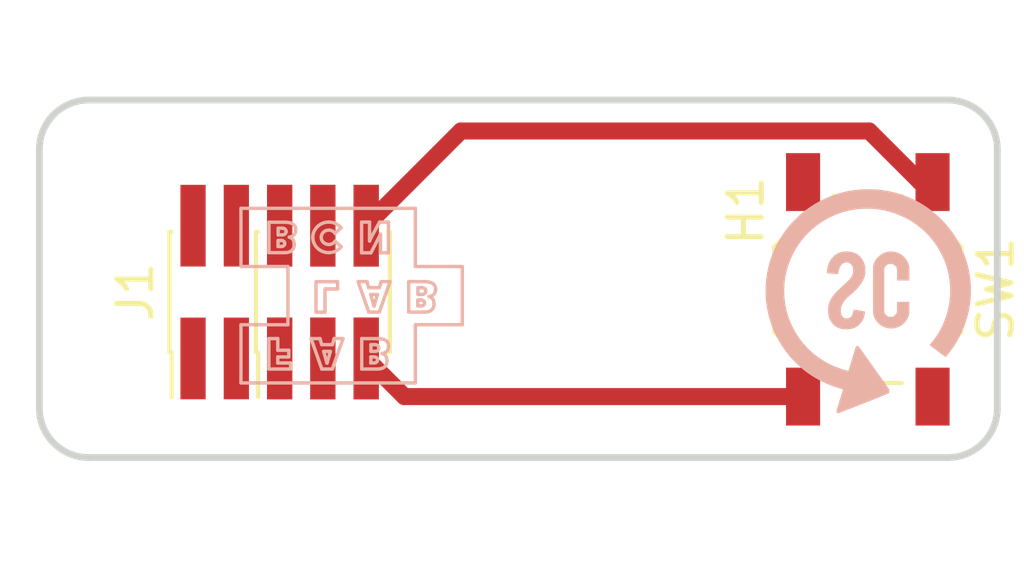
<source format=kicad_pcb>
(kicad_pcb (version 20211014) (generator pcbnew)
  (layers (0 "F.Cu" signal) (31 "B.Cu" signal) (34 "B.Paste" user) (35 "F.Paste" user) (36 "B.SilkS" user "B.Silkscreen") (37 "F.SilkS" user "F.Silkscreen") (38 "B.Mask" user) (39 "F.Mask" user) (44 "Edge.Cuts" user))
  (net 0 "")
  (net 1 "Net-(J1-Pad10)")
  (net 2 "Net-(J1-Pad9)")
  (footprint "Button_Switch_SMD:SW_SPST_TL3342" (layer "F.Cu") (at 164.34 106.73 -90)
    (fp_text reference "SW1" (at 0 -3.75 90) (layer "F.SilkS"))
    (fp_text value "SW_SPST")
    (fp_line (start 1.7 2.3) (end 1.25 2.75) (layer "F.SilkS") (width 0.12))
    (fp_line (start 1.7 -2.3) (end 1.25 -2.75) (layer "F.SilkS") (width 0.12))
    (fp_line (start -1.25 2.75) (end 1.25 2.75) (layer "F.SilkS") (width 0.12))
    (fp_line (start -2.75 -1) (end -2.75 1) (layer "F.SilkS") (width 0.12))
    (fp_line (start -1.25 -2.75) (end 1.25 -2.75) (layer "F.SilkS") (width 0.12))
    (fp_line (start -1.7 -2.3) (end -1.25 -2.75) (layer "F.SilkS") (width 0.12))
    (fp_line (start -1.7 2.3) (end -1.25 2.75) (layer "F.SilkS") (width 0.12))
    (fp_line (start 2.75 -1) (end 2.75 1) (layer "F.SilkS") (width 0.12))
    (pad "1" smd rect locked (at -3.15 -1.9 270) (size 1.7 1) (layers "F.Cu" "F.Paste" "F.Mask") (net 1 "Net-(J1-Pad10)"))
    (pad "1" smd rect locked (at 3.15 -1.9 270) (size 1.7 1) (layers "F.Cu" "F.Paste" "F.Mask") (net 1 "Net-(J1-Pad10)"))
    (pad "2" smd rect locked (at -3.15 1.9 270) (size 1.7 1) (layers "F.Cu" "F.Paste" "F.Mask") (net 2 "Net-(J1-Pad9)"))
    (pad "2" smd rect locked (at 3.15 1.9 270) (size 1.7 1) (layers "F.Cu" "F.Paste" "F.Mask") (net 2 "Net-(J1-Pad9)"))
  )
  (footprint "MountingHole:MountingHole_3.2mm_M3" (layer "F.Cu") (at 158.38 106.74 -90)
    (fp_text reference "H1" (at -2.32 -2.38 90) (layer "F.SilkS"))
    (fp_text value "MountingHole")
    (pad "" np_thru_hole circle locked (at 0 -0.14 270) (size 3.2 3.2) (drill 3.2) (layers *.Cu *.Mask))
  )
  (footprint "Connector_PinHeader_1.27mm:PinHeader_2x05_P1.27mm_Vertical_SMD" (layer "F.Cu") (at 147.08 106.81 90)
    (fp_text reference "J1" (at 0 -4.235 90) (layer "F.SilkS"))
    (fp_text value "Conn_02x05_Odd_Even")
    (fp_line (start -1.765 -3.235) (end -1.765 -3.17) (layer "F.SilkS") (width 0.12))
    (fp_line (start 1.765 3.17) (end 1.765 3.235) (layer "F.SilkS") (width 0.12))
    (fp_line (start -1.765 3.17) (end -1.765 3.235) (layer "F.SilkS") (width 0.12))
    (fp_line (start -1.765 3.235) (end 1.765 3.235) (layer "F.SilkS") (width 0.12))
    (fp_line (start 1.765 -3.235) (end 1.765 -3.17) (layer "F.SilkS") (width 0.12))
    (fp_line (start -3.09 -3.17) (end -1.765 -3.17) (layer "F.SilkS") (width 0.12))
    (fp_line (start -1.765 -3.235) (end 1.765 -3.235) (layer "F.SilkS") (width 0.12))
    (pad "1" smd rect locked (at -1.95 -2.54 90) (size 2.4 0.74) (layers "F.Cu" "F.Paste" "F.Mask"))
    (pad "2" smd rect locked (at 1.95 -2.54 90) (size 2.4 0.74) (layers "F.Cu" "F.Paste" "F.Mask"))
    (pad "3" smd rect locked (at -1.95 -1.27 90) (size 2.4 0.74) (layers "F.Cu" "F.Paste" "F.Mask"))
    (pad "4" smd rect locked (at 1.95 -1.27 90) (size 2.4 0.74) (layers "F.Cu" "F.Paste" "F.Mask"))
    (pad "5" smd rect locked (at -1.95 0 90) (size 2.4 0.74) (layers "F.Cu" "F.Paste" "F.Mask"))
    (pad "6" smd rect locked (at 1.95 0 90) (size 2.4 0.74) (layers "F.Cu" "F.Paste" "F.Mask"))
    (pad "7" smd rect locked (at -1.95 1.27 90) (size 2.4 0.74) (layers "F.Cu" "F.Paste" "F.Mask"))
    (pad "8" smd rect locked (at 1.95 1.27 90) (size 2.4 0.74) (layers "F.Cu" "F.Paste" "F.Mask"))
    (pad "9" smd rect locked (at -1.95 2.54 90) (size 2.4 0.74) (layers "F.Cu" "F.Paste" "F.Mask") (net 2 "Net-(J1-Pad9)"))
    (pad "10" smd rect locked (at 1.95 2.54 90) (size 2.4 0.74) (layers "F.Cu" "F.Paste" "F.Mask") (net 1 "Net-(J1-Pad10)"))
  )
  (footprint "Connector_PinHeader_1.27mm:PinHeader_2x03_P1.27mm_Vertical_SMD" (layer "F.Cu") (at 148.35 106.81 90)
    (fp_text reference "J2" hide)
    (fp_text value "Conn_02x03_Odd_Even")
    (fp_line (start 1.765 -1.965) (end 1.765 -1.9) (layer "F.SilkS") (width 0.12))
    (fp_line (start -1.765 -1.965) (end -1.765 -1.9) (layer "F.SilkS") (width 0.12))
    (fp_line (start -3.09 -1.9) (end -1.765 -1.9) (layer "F.SilkS") (width 0.12))
    (fp_line (start -1.765 -1.965) (end 1.765 -1.965) (layer "F.SilkS") (width 0.12))
    (fp_line (start 1.765 1.9) (end 1.765 1.965) (layer "F.SilkS") (width 0.12))
    (fp_line (start -1.765 1.9) (end -1.765 1.965) (layer "F.SilkS") (width 0.12))
    (fp_line (start -1.765 1.965) (end 1.765 1.965) (layer "F.SilkS") (width 0.12))
    (pad "1" smd rect locked (at -1.95 -1.27 90) (size 2.4 0.74) (layers "F.Cu" "F.Paste" "F.Mask"))
    (pad "2" smd rect locked (at 1.95 -1.27 90) (size 2.4 0.74) (layers "F.Cu" "F.Paste" "F.Mask"))
    (pad "3" smd rect locked (at -1.95 0 90) (size 2.4 0.74) (layers "F.Cu" "F.Paste" "F.Mask"))
    (pad "4" smd rect locked (at 1.95 0 90) (size 2.4 0.74) (layers "F.Cu" "F.Paste" "F.Mask"))
    (pad "5" smd rect locked (at -1.95 1.27 90) (size 2.4 0.74) (layers "F.Cu" "F.Paste" "F.Mask") (net 2 "Net-(J1-Pad9)"))
    (pad "6" smd rect locked (at 1.95 1.27 90) (size 2.4 0.74) (layers "F.Cu" "F.Paste" "F.Mask") (net 1 "Net-(J1-Pad10)"))
  )
  (footprint "logos:fablab" (layer "B.Cu") (at 148.88 102.54)
    (fp_text reference "U1" hide)
    (fp_text value "fablab")
    (fp_line (start -0.200561 5.63694) (end -0.251891 5.814457) (layer "B.SilkS") (width 0.1))
    (fp_line (start 1.125472 4.858431) (end 1.43987 3.964428) (layer "B.SilkS") (width 0.1))
    (fp_line (start 0.61003 5.63694) (end 0.61003 6.530941) (layer "B.SilkS") (width 0.1))
    (fp_line (start -1.845269 2.753889) (end -1.75758 2.753889) (layer "B.SilkS") (width 0.1))
    (fp_line (start -1.530869 6.175908) (end -1.530869 5.979142) (layer "B.SilkS") (width 0.1))
    (fp_line (start 0.61003 6.530941) (end 1.072003 6.530941) (layer "B.SilkS") (width 0.1))
    (fp_line (start -1.639948 2.219198) (end -2.112614 2.219198) (layer "B.SilkS") (width 0.1))
    (fp_line (start 0.841016 2.76886) (end 0.838878 2.76886) (layer "B.SilkS") (width 0.1))
    (fp_line (start -1.845269 2.933545) (end -1.845269 2.753889) (layer "B.SilkS") (width 0.1))
    (fp_line (start 2.259016 4.141945) (end 2.374509 4.141945) (layer "B.SilkS") (width 0.1))
    (fp_line (start -1.4774 6.353426) (end -1.853822 6.353426) (layer "B.SilkS") (width 0.1))
    (fp_line (start -0.733113 3.966567) (end -0.733113 4.860569) (layer "B.SilkS") (width 0.1))
    (fp_line (start 0.838878 2.76886) (end 0.838878 2.649089) (layer "B.SilkS") (width 0.1))
    (fp_line (start 0.838878 2.214921) (end 0.605752 2.214921) (layer "B.SilkS") (width 0.1))
    (fp_line (start 0.605752 3.117478) (end 0.879514 3.117478) (layer "B.SilkS") (width 0.1))
    (fp_line (start -1.556534 5.230575) (end -1.556534 3.519564) (layer "B.SilkS") (width 0.1))
    (fp_line (start -0.467906 4.180443) (end -0.0979 4.180443) (layer "B.SilkS") (width 0.1))
    (fp_line (start 0.838878 2.649089) (end 0.838878 2.214921) (layer "B.SilkS") (width 0.1))
    (fp_line (start 0.879514 6.011223) (end 0.879514 5.814457) (layer "B.SilkS") (width 0.1))
    (fp_line (start 1.12761 4.141945) (end 0.815351 4.141945) (layer "B.SilkS") (width 0.1))
    (fp_line (start 1.178941 3.964428) (end 1.12761 4.141945) (layer "B.SilkS") (width 0.1))
    (fp_line (start 3.559388 5.230575) (end 2.182024 5.230575) (layer "B.SilkS") (width 0.1))
    (fp_line (start 1.082696 5.63694) (end 0.61003 5.63694) (layer "B.SilkS") (width 0.1))
    (fp_line (start -1.853822 6.175908) (end -1.530869 6.175908) (layer "B.SilkS") (width 0.1))
    (fp_line (start -0.562012 6.530941) (end -0.25403 6.530941) (layer "B.SilkS") (width 0.1))
    (fp_line (start 0.879514 3.117478) (end 1.106223 2.681171) (layer "B.SilkS") (width 0.1))
    (fp_line (start -1.853822 6.353426) (end -1.853822 6.175908) (layer "B.SilkS") (width 0.1))
    (fp_line (start -1.84313 2.394577) (end -1.727637 2.394577) (layer "B.SilkS") (width 0.1))
    (fp_line (start 0.971481 4.683052) (end 0.969342 4.683052) (layer "B.SilkS") (width 0.1))
    (fp_line (start -1.556534 3.519564) (end -2.933898 3.519564) (layer "B.SilkS") (width 0.1))
    (fp_line (start 0.877375 6.353425) (end 0.877375 6.173769) (layer "B.SilkS") (width 0.1))
    (fp_line (start 2.256877 4.678775) (end 2.256877 4.680913) (layer "B.SilkS") (width 0.1))
    (fp_line (start -1.845269 2.931406) (end -1.845269 2.933545) (layer "B.SilkS") (width 0.1))
    (fp_line (start 0.965064 6.351286) (end 0.877375 6.351286) (layer "B.SilkS") (width 0.1))
    (fp_line (start 0.877375 6.173769) (end 0.965064 6.173769) (layer "B.SilkS") (width 0.1))
    (fp_line (start -2.114752 5.63694) (end -2.114752 6.530943) (layer "B.SilkS") (width 0.1))
    (fp_line (start 0.873098 4.34085) (end 1.069864 4.34085) (layer "B.SilkS") (width 0.1))
    (fp_line (start -0.87641 5.63694) (end -0.562012 6.530941) (layer "B.SilkS") (width 0.1))
    (fp_line (start 0.004763 2.381742) (end -0.172754 2.546427) (layer "B.SilkS") (width 0.1))
    (fp_line (start -0.56415 5.814457) (end -0.615481 5.63694) (layer "B.SilkS") (width 0.1))
    (fp_line (start -2.933898 5.230575) (end -1.556534 5.230575) (layer "B.SilkS") (width 0.1))
    (fp_line (start 2.182024 6.939447) (end -2.933898 6.939447) (layer "B.SilkS") (width 0.1))
    (fp_line (start -2.114752 6.530943) (end -1.4774 6.530943) (layer "B.SilkS") (width 0.1))
    (fp_line (start 2.182024 5.230575) (end 2.182024 6.939447) (layer "B.SilkS") (width 0.1))
    (fp_line (start 3.559388 3.519564) (end 3.559388 5.230575) (layer "B.SilkS") (width 0.1))
    (fp_line (start 0.969342 4.683052) (end 0.873098 4.34085) (layer "B.SilkS") (width 0.1))
    (fp_line (start 1.43987 3.964428) (end 1.178941 3.964428) (layer "B.SilkS") (width 0.1))
    (fp_line (start 1.397094 5.86151) (end 1.397094 5.86151) (layer "B.SilkS") (width 0.1))
    (fp_line (start -2.112614 2.219198) (end -2.112614 3.113201) (layer "B.SilkS") (width 0.1))
    (fp_line (start -0.172754 2.775275) (end 0.006902 2.944237) (layer "B.SilkS") (width 0.1))
    (fp_line (start -0.615481 5.63694) (end -0.87641 5.63694) (layer "B.SilkS") (width 0.1))
    (fp_line (start -1.32555 2.443768) (end -1.32555 2.443768) (layer "B.SilkS") (width 0.1))
    (fp_line (start -2.933898 6.939447) (end -2.933898 5.230575) (layer "B.SilkS") (width 0.1))
    (fp_line (start 2.344566 4.678775) (end 2.256877 4.678775) (layer "B.SilkS") (width 0.1))
    (fp_line (start -2.112614 3.113201) (end -1.650641 3.113201) (layer "B.SilkS") (width 0.1))
    (fp_line (start -0.410159 6.355564) (end -0.506404 6.013362) (layer "B.SilkS") (width 0.1))
    (fp_line (start 0.764021 3.964428) (end 0.503092 3.964428) (layer "B.SilkS") (width 0.1))
    (fp_line (start -0.506404 6.013362) (end -0.309638 6.013362) (layer "B.SilkS") (width 0.1))
    (fp_line (start 1.989531 3.964428) (end 1.989531 4.858431) (layer "B.SilkS") (width 0.1))
    (fp_line (start 2.256877 4.680913) (end 2.256877 4.501257) (layer "B.SilkS") (width 0.1))
    (fp_line (start 0.060367 5.63694) (end -0.200561 5.63694) (layer "B.SilkS") (width 0.1))
    (fp_line (start -1.530869 5.979142) (end -1.853822 5.979142) (layer "B.SilkS") (width 0.1))
    (fp_line (start 0.605752 2.214921) (end 0.605752 3.117478) (layer "B.SilkS") (width 0.1))
    (fp_line (start 1.069864 4.34085) (end 0.971481 4.683052) (layer "B.SilkS") (width 0.1))
    (fp_line (start 2.374509 4.338711) (end 2.259016 4.338711) (layer "B.SilkS") (width 0.1))
    (fp_line (start 2.462198 3.964428) (end 1.989531 3.964428) (layer "B.SilkS") (width 0.1))
    (fp_line (start 2.182024 1.810692) (end 2.182024 3.519564) (layer "B.SilkS") (width 0.1))
    (fp_line (start 1.112639 5.914979) (end 1.112639 5.914979) (layer "B.SilkS") (width 0.1))
    (fp_line (start -1.853822 5.979142) (end -1.853822 5.63694) (layer "B.SilkS") (width 0.1))
    (fp_line (start -1.84313 2.591343) (end -1.84313 2.394577) (layer "B.SilkS") (width 0.1))
    (fp_line (start 0.879514 5.814457) (end 0.995007 5.814457) (layer "B.SilkS") (width 0.1))
    (fp_line (start -0.0979 3.966567) (end -0.733113 3.966567) (layer "B.SilkS") (width 0.1))
    (fp_line (start -0.467906 4.860569) (end -0.467906 4.180443) (layer "B.SilkS") (width 0.1))
    (fp_line (start 0.815351 4.141945) (end 0.764021 3.964428) (layer "B.SilkS") (width 0.1))
    (fp_line (start 0.503092 3.964428) (end 0.81749 4.858431) (layer "B.SilkS") (width 0.1))
    (fp_line (start 1.989531 4.858431) (end 2.451504 4.858431) (layer "B.SilkS") (width 0.1))
    (fp_line (start -1.853822 5.63694) (end -2.114752 5.63694) (layer "B.SilkS") (width 0.1))
    (fp_line (start 0.877375 6.351286) (end 0.877375 6.353425) (layer "B.SilkS") (width 0.1))
    (fp_line (start 1.159692 2.676893) (end 1.159692 3.117478) (layer "B.SilkS") (width 0.1))
    (fp_line (start -0.25403 6.530941) (end 0.060367 5.63694) (layer "B.SilkS") (width 0.1))
    (fp_line (start -2.933898 3.519564) (end -2.933898 1.810692) (layer "B.SilkS") (width 0.1))
    (fp_line (start -0.309638 6.013362) (end -0.408021 6.355564) (layer "B.SilkS") (width 0.1))
    (fp_line (start -0.251891 5.814457) (end -0.56415 5.814457) (layer "B.SilkS") (width 0.1))
    (fp_line (start 1.157553 2.563539) (end 1.159692 2.563539) (layer "B.SilkS") (width 0.1))
    (fp_line (start 2.492141 4.242467) (end 2.492141 4.242467) (layer "B.SilkS") (width 0.1))
    (fp_line (start -1.727637 2.591343) (end -1.84313 2.591343) (layer "B.SilkS") (width 0.1))
    (fp_line (start 2.259016 4.338711) (end 2.259016 4.141945) (layer "B.SilkS") (width 0.1))
    (fp_line (start -0.733113 4.860569) (end -0.467906 4.860569) (layer "B.SilkS") (width 0.1))
    (fp_line (start 1.392817 3.117478) (end 1.392817 2.214921) (layer "B.SilkS") (width 0.1))
    (fp_line (start 2.776596 4.188998) (end 2.776596 4.188998) (layer "B.SilkS") (width 0.1))
    (fp_line (start -0.0979 4.180443) (end -0.0979 3.966567) (layer "B.SilkS") (width 0.1))
    (fp_line (start 2.256877 4.501257) (end 2.344566 4.501257) (layer "B.SilkS") (width 0.1))
    (fp_line (start -2.933898 1.810692) (end 2.182024 1.810692) (layer "B.SilkS") (width 0.1))
    (fp_line (start 0.995007 6.011223) (end 0.879514 6.011223) (layer "B.SilkS") (width 0.1))
    (fp_line (start -0.408021 6.355564) (end -0.410159 6.355564) (layer "B.SilkS") (width 0.1))
    (fp_line (start 1.392817 2.214921) (end 1.131888 2.214921) (layer "B.SilkS") (width 0.1))
    (fp_line (start 1.159692 3.117478) (end 1.392817 3.117478) (layer "B.SilkS") (width 0.1))
    (fp_line (start 2.182024 3.519564) (end 3.559388 3.519564) (layer "B.SilkS") (width 0.1))
    (fp_line (start 1.159692 2.563539) (end 1.159692 2.676893) (layer "B.SilkS") (width 0.1))
    (fp_line (start -1.4774 6.530943) (end -1.4774 6.353426) (layer "B.SilkS") (width 0.1))
    (fp_line (start 0.81749 4.858431) (end 1.125472 4.858431) (layer "B.SilkS") (width 0.1))
    (fp_line (start 1.131888 2.214921) (end 0.890208 2.659783) (layer "B.SilkS") (width 0.1))
    (fp_line (start -1.75758 2.931406) (end -1.845269 2.931406) (layer "B.SilkS") (width 0.1))
    (fp_line (start -1.610005 2.495098) (end -1.610005 2.495098) (layer "B.SilkS") (width 0.1))
    (fp_curve (pts (xy -1.370464 2.873659) (xy -1.370464 2.773138) (xy -1.4111 2.68331) (xy -1.518038 2.657644)) (layer "B.SilkS") (width 0.1))
    (fp_curve (pts (xy 1.397094 5.86151) (xy 1.397094 5.707519) (xy 1.277324 5.63694) (xy 1.082696 5.63694)) (layer "B.SilkS") (width 0.1))
    (fp_curve (pts (xy 1.072003 6.530941) (xy 1.262352 6.530941) (xy 1.35218 6.434697) (xy 1.35218 6.291401)) (layer "B.SilkS") (width 0.1))
    (fp_curve (pts (xy 2.776596 4.188998) (xy 2.776596 4.035007) (xy 2.656825 3.964428) (xy 2.462198 3.964428)) (layer "B.SilkS") (width 0.1))
    (fp_curve (pts (xy -0.358827 2.450182) (xy -0.480736 2.450182) (xy -0.57912 2.544288) (xy -0.57912 2.66192)) (layer "B.SilkS") (width 0.1))
    (fp_curve (pts (xy 2.584107 4.402874) (xy 2.708156 4.385764) (xy 2.776596 4.308769) (xy 2.776596 4.188998)) (layer "B.SilkS") (width 0.1))
    (fp_curve (pts (xy 1.112639 5.914979) (xy 1.112639 5.977003) (xy 1.065586 6.011223) (xy 0.995007 6.011223)) (layer "B.SilkS") (width 0.1))
    (fp_curve (pts (xy -1.32555 2.443768) (xy -1.32555 2.289777) (xy -1.44532 2.219198) (xy -1.639948 2.219198)) (layer "B.SilkS") (width 0.1))
    (fp_curve (pts (xy 0.006902 2.944237) (xy -0.078649 3.046898) (xy -0.211252 3.113199) (xy -0.358827 3.113199)) (layer "B.SilkS") (width 0.1))
    (fp_curve (pts (xy 2.344566 4.501257) (xy 2.408729 4.501257) (xy 2.451504 4.5312) (xy 2.451504 4.591085)) (layer "B.SilkS") (width 0.1))
    (fp_curve (pts (xy 0.995007 5.814457) (xy 1.067725 5.814457) (xy 1.112639 5.852955) (xy 1.112639 5.914979)) (layer "B.SilkS") (width 0.1))
    (fp_curve (pts (xy -1.75758 2.753889) (xy -1.693417 2.753889) (xy -1.650641 2.783831) (xy -1.650641 2.843717)) (layer "B.SilkS") (width 0.1))
    (fp_curve (pts (xy -0.358827 2.873658) (xy -0.279692 2.873658) (xy -0.211252 2.83516) (xy -0.172754 2.775275)) (layer "B.SilkS") (width 0.1))
    (fp_curve (pts (xy -0.358827 2.214919) (xy -0.211252 2.214919) (xy -0.080788 2.28122) (xy 0.004763 2.381742)) (layer "B.SilkS") (width 0.1))
    (fp_curve (pts (xy 2.731682 4.618889) (xy 2.731682 4.518367) (xy 2.691045 4.428539) (xy 2.584107 4.402874)) (layer "B.SilkS") (width 0.1))
    (fp_curve (pts (xy 2.451504 4.591085) (xy 2.451504 4.648832) (xy 2.408729 4.678775) (xy 2.344566 4.678775)) (layer "B.SilkS") (width 0.1))
    (fp_curve (pts (xy -0.358827 3.113199) (xy -0.617617 3.113199) (xy -0.825077 2.912156) (xy -0.825077 2.664059)) (layer "B.SilkS") (width 0.1))
    (fp_curve (pts (xy 1.35218 6.291401) (xy 1.35218 6.190879) (xy 1.311544 6.101051) (xy 1.204606 6.075386)) (layer "B.SilkS") (width 0.1))
    (fp_curve (pts (xy -1.650641 3.113201) (xy -1.460292 3.113201) (xy -1.370464 3.016956) (xy -1.370464 2.873659)) (layer "B.SilkS") (width 0.1))
    (fp_curve (pts (xy -1.610005 2.495098) (xy -1.610005 2.557123) (xy -1.657058 2.591343) (xy -1.727637 2.591343)) (layer "B.SilkS") (width 0.1))
    (fp_curve (pts (xy -0.825077 2.664059) (xy -0.825077 2.415962) (xy -0.615478 2.214919) (xy -0.358827 2.214919)) (layer "B.SilkS") (width 0.1))
    (fp_curve (pts (xy -0.57912 2.66192) (xy -0.57912 2.779552) (xy -0.480736 2.873658) (xy -0.358827 2.873658)) (layer "B.SilkS") (width 0.1))
    (fp_curve (pts (xy 1.072003 6.263597) (xy 1.072003 6.321344) (xy 1.029227 6.351286) (xy 0.965064 6.351286)) (layer "B.SilkS") (width 0.1))
    (fp_curve (pts (xy -0.172754 2.546427) (xy -0.211252 2.48868) (xy -0.279692 2.450182) (xy -0.358827 2.450182)) (layer "B.SilkS") (width 0.1))
    (fp_curve (pts (xy 0.890208 2.659783) (xy 0.873098 2.698281) (xy 0.85171 2.738917) (xy 0.841016 2.76886)) (layer "B.SilkS") (width 0.1))
    (fp_curve (pts (xy -1.650641 2.843717) (xy -1.650641 2.901463) (xy -1.693417 2.931406) (xy -1.75758 2.931406)) (layer "B.SilkS") (width 0.1))
    (fp_curve (pts (xy 1.106223 2.681171) (xy 1.123333 2.646951) (xy 1.146859 2.59562) (xy 1.157553 2.563539)) (layer "B.SilkS") (width 0.1))
    (fp_curve (pts (xy 2.374509 4.141945) (xy 2.447227 4.141945) (xy 2.492141 4.180443) (xy 2.492141 4.242467)) (layer "B.SilkS") (width 0.1))
    (fp_curve (pts (xy -1.518038 2.657644) (xy -1.396129 2.640534) (xy -1.32555 2.5614) (xy -1.32555 2.443768)) (layer "B.SilkS") (width 0.1))
    (fp_curve (pts (xy 2.451504 4.858431) (xy 2.641854 4.858431) (xy 2.731682 4.762186) (xy 2.731682 4.618889)) (layer "B.SilkS") (width 0.1))
    (fp_curve (pts (xy 2.492141 4.242467) (xy 2.492141 4.304491) (xy 2.445088 4.338711) (xy 2.374509 4.338711)) (layer "B.SilkS") (width 0.1))
    (fp_curve (pts (xy -1.727637 2.394577) (xy -1.654919 2.394577) (xy -1.610005 2.433074) (xy -1.610005 2.495098)) (layer "B.SilkS") (width 0.1))
    (fp_curve (pts (xy 0.965064 6.173769) (xy 1.029227 6.173769) (xy 1.072003 6.203712) (xy 1.072003 6.263597)) (layer "B.SilkS") (width 0.1))
    (fp_curve (pts (xy 1.204606 6.075386) (xy 1.328654 6.058276) (xy 1.397094 5.981281) (xy 1.397094 5.86151)) (layer "B.SilkS") (width 0.1))
  )
  (footprint "logos:smartcitizen" (layer "B.Cu") (at 164.52 107.1)
    (fp_text reference "U2" hide)
    (fp_text value "sc" hide)
    (fp_poly (pts (xy -0.738043 0.798215) (xy -0.669289 0.787007) (xy -0.603769 0.768715) (xy -0.567807 0.754792) (xy -0.529241 0.736878) (xy -0.497252 0.718803) (xy -0.468471 0.698322) (xy -0.439532 0.67319) (xy -0.426207 0.6604) (xy -0.380123 0.609356) (xy -0.342834 0.554864) (xy -0.313359 0.495275) (xy -0.292645 0.435729) (xy -0.287215 0.415187) (xy -0.281662 0.391118) (xy -0.276354 0.365557) (xy -0.271662 0.340541) (xy -0.267955 0.318105) (xy -0.265601 0.300284) (xy -0.264971 0.289115) (xy -0.265562 0.286466) (xy -0.271075 0.284891) (xy -0.285126 0.281853) (xy -0.306239 0.27762) (xy -0.33294 0.272462) (xy -0.363755 0.266646) (xy -0.397208 0.260442) (xy -0.431827 0.254119) (xy -0.466135 0.247944) (xy -0.49866 0.242187) (xy -0.527926 0.237117) (xy -0.552459 0.233002) (xy -0.570785 0.230111) (xy -0.581428 0.228713) (xy -0.58293 0.228625) (xy -0.591884 0.231207) (xy -0.59436 0.240626) (xy -0.59436 0.240649) (xy -0.596217 0.257254) (xy -0.601227 0.280403) (xy -0.608553 0.307295) (xy -0.617357 0.335131) (xy -0.6268 0.361112) (xy -0.636045 0.382437) (xy -0.637904 0.386101) (xy -0.663056 0.425419) (xy -0.692313 0.455443) (xy -0.725685 0.476179) (xy -0.763181 0.487633) (xy -0.804812 0.48981) (xy -0.828654 0.487188) (xy -0.861538 0.479284) (xy -0.888234 0.466327) (xy -0.912182 0.446518) (xy -0.918078 0.440354) (xy -0.941251 0.410544) (xy -0.958201 0.377465) (xy -0.969417 0.339563) (xy -0.975386 0.295288) (xy -0.976712 0.254) (xy -0.973314 0.199411) (xy -0.963074 0.147389) (xy -0.945426 0.096436) (xy -0.919805 0.045056) (xy -0.885646 -0.008252) (xy -0.869443 -0.03048) (xy -0.845144 -0.061245) (xy -0.819127 -0.09087) (xy -0.789923 -0.120819) (xy -0.756063 -0.152554) (xy -0.716079 -0.187537) (xy -0.68834 -0.21086) (xy -0.652393 -0.240992) (xy -0.622421 -0.266823) (xy -0.596362 -0.290267) (xy -0.572156 -0.313242) (xy -0.547743 -0.337662) (xy -0.521062 -0.365444) (xy -0.513683 -0.373259) (xy -0.451826 -0.442601) (xy -0.399168 -0.509711) (xy -0.355225 -0.575437) (xy -0.319514 -0.640627) (xy -0.291552 -0.706128) (xy -0.270856 -0.772789) (xy -0.261288 -0.81598) (xy -0.257088 -0.84855) (xy -0.255052 -0.887985) (xy -0.255091 -0.931245) (xy -0.257116 -0.975287) (xy -0.261037 -1.01707) (xy -0.266764 -1.053553) (xy -0.268521 -1.06172) (xy -0.287626 -1.12735) (xy -0.313639 -1.189866) (xy -0.345741 -1.248048) (xy -0.383111 -1.300674) (xy -0.424932 -1.346526) (xy -0.470385 -1.384383) (xy -0.496428 -1.401233) (xy -0.558429 -1.431801) (xy -0.626146 -1.454873) (xy -0.698165 -1.470192) (xy -0.773077 -1.477506) (xy -0.849468 -1.476557) (xy -0.890991 -1.472501) (xy -0.964762 -1.458518) (xy -1.032684 -1.436241) (xy -1.094818 -1.40564) (xy -1.151228 -1.366686) (xy -1.198349 -1.323204) (xy -1.24697 -1.264668) (xy -1.288316 -1.199178) (xy -1.322286 -1.126976) (xy -1.348779 -1.048303) (xy -1.367695 -0.963399) (xy -1.376715 -0.897088) (xy -1.378732 -0.87571) (xy -1.380045 -0.858504) (xy -1.3805 -0.847701) (xy -1.380261 -0.845166) (xy -1.375084 -0.844498) (xy -1.36126 -0.843272) (xy -1.340279 -0.841595) (xy -1.31363 -0.839569) (xy -1.282806 -0.837302) (xy -1.249296 -0.834895) (xy -1.214591 -0.832456) (xy -1.180182 -0.830087) (xy -1.147559 -0.827894) (xy -1.118212 -0.825981) (xy -1.093634 -0.824453) (xy -1.075313 -0.823414) (xy -1.06474 -0.82297) (xy -1.063875 -0.822961) (xy -1.058947 -0.823946) (xy -1.05516 -0.828073) (xy -1.051856 -0.837099) (xy -1.04838 -0.852781) (xy -1.044388 -0.87503) (xy -1.035273 -0.918885) (xy -1.02336 -0.962245) (xy -1.00957 -1.002243) (xy -0.994825 -1.036013) (xy -0.989302 -1.046373) (xy -0.970886 -1.073178) (xy -0.946938 -1.100104) (xy -0.920488 -1.12413) (xy -0.89457 -1.142234) (xy -0.891271 -1.144063) (xy -0.853605 -1.158606) (xy -0.813324 -1.164027) (xy -0.772313 -1.160313) (xy -0.732457 -1.147452) (xy -0.727598 -1.145175) (xy -0.704906 -1.131234) (xy -0.68069 -1.111633) (xy -0.657812 -1.089114) (xy -0.639135 -1.066419) (xy -0.629977 -1.051669) (xy -0.618007 -1.020501) (xy -0.609687 -0.982718) (xy -0.605272 -0.94128) (xy -0.605018 -0.899149) (xy -0.609178 -0.859285) (xy -0.612148 -0.844588) (xy -0.62766 -0.796724) (xy -0.651493 -0.74751) (xy -0.682449 -0.699149) (xy -0.710044 -0.664276) (xy -0.717661 -0.656299) (xy -0.7319 -0.642209) (xy -0.751927 -0.6228) (xy -0.776913 -0.598864) (xy -0.806026 -0.571195) (xy -0.838434 -0.540587) (xy -0.873306 -0.507832) (xy -0.906989 -0.476353) (xy -0.944525 -0.441169) (xy -0.981245 -0.406391) (xy -1.01617 -0.372971) (xy -1.048317 -0.341865) (xy -1.076706 -0.314024) (xy -1.100356 -0.290405) (xy -1.118287 -0.271959) (xy -1.12776 -0.261675) (xy -1.176751 -0.203487) (xy -1.217801 -0.149028) (xy -1.2517 -0.096826) (xy -1.279237 -0.045412) (xy -1.3012 0.006685) (xy -1.318379 0.060937) (xy -1.331382 0.117873) (xy -1.335397 0.140224) (xy -1.338187 0.16007) (xy -1.339885 0.179875) (xy -1.340626 0.202101) (xy -1.340544 0.229212) (xy -1.339773 0.26367) (xy -1.339622 0.269069) (xy -1.337476 0.319098) (xy -1.333862 0.361404) (xy -1.328363 0.398372) (xy -1.320561 0.432384) (xy -1.310036 0.465825) (xy -1.300766 0.490314) (xy -1.271001 0.552134) (xy -1.23351 0.609131) (xy -1.189286 0.660201) (xy -1.139321 0.704243) (xy -1.084605 0.740155) (xy -1.068265 0.748755) (xy -1.009939 0.772642) (xy -0.945981 0.789554) (xy -0.878163 0.799467) (xy -0.808259 0.802361) (xy -0.738043 0.798215)) (layer "B.SilkS") (width 0.01) (fill solid))
    (fp_poly (pts (xy 0.527669 0.773423) (xy 0.562492 0.771923) (xy 0.593173 0.769315) (xy 0.61687 0.765628) (xy 0.617394 0.765512) (xy 0.689322 0.744467) (xy 0.75614 0.714822) (xy 0.81736 0.676958) (xy 0.872497 0.631254) (xy 0.921063 0.57809) (xy 0.962572 0.517847) (xy 0.983099 0.48006) (xy 0.99544 0.454587) (xy 1.005566 0.431887) (xy 1.013709 0.410561) (xy 1.020104 0.389207) (xy 1.024984 0.366424) (xy 1.028583 0.340811) (xy 1.031136 0.310966) (xy 1.032875 0.275489) (xy 1.034034 0.232978) (xy 1.034848 0.182032) (xy 1.035011 0.16891) (xy 1.037049 0) (xy 0.68072 0) (xy 0.68072 0.14713) (xy 0.680675 0.190143) (xy 0.68049 0.224315) (xy 0.680085 0.250963) (xy 0.679379 0.271407) (xy 0.678293 0.286964) (xy 0.676748 0.298953) (xy 0.674664 0.308692) (xy 0.671961 0.317499) (xy 0.670129 0.322566) (xy 0.654523 0.352398) (xy 0.631294 0.381434) (xy 0.602832 0.407164) (xy 0.571528 0.427074) (xy 0.569872 0.427901) (xy 0.552235 0.436084) (xy 0.537672 0.441039) (xy 0.522383 0.443557) (xy 0.502568 0.444432) (xy 0.490326 0.4445) (xy 0.466238 0.44405) (xy 0.448439 0.442214) (xy 0.433081 0.438262) (xy 0.416314 0.431466) (xy 0.412635 0.429785) (xy 0.382626 0.411606) (xy 0.353892 0.386435) (xy 0.329172 0.357138) (xy 0.31121 0.326576) (xy 0.309102 0.321651) (xy 0.29718 0.2921) (xy 0.29718 -0.978114) (xy 0.313779 -1.011833) (xy 0.33574 -1.047025) (xy 0.363654 -1.076873) (xy 0.395666 -1.099694) (xy 0.424818 -1.112347) (xy 0.469483 -1.121146) (xy 0.513647 -1.120314) (xy 0.555998 -1.110224) (xy 0.595221 -1.091249) (xy 0.630003 -1.06376) (xy 0.642124 -1.050761) (xy 0.651877 -1.038944) (xy 0.659835 -1.027747) (xy 0.66618 -1.016011) (xy 0.671093 -1.002577) (xy 0.674758 -0.986288) (xy 0.677356 -0.965984) (xy 0.679068 -0.940507) (xy 0.680078 -0.908699) (xy 0.680565 -0.8694) (xy 0.680714 -0.821452) (xy 0.68072 -0.804989) (xy 0.68072 -0.635) (xy 1.03632 -0.635) (xy 1.03632 -0.817214) (xy 1.036192 -0.873153) (xy 1.035734 -0.920196) (xy 1.034833 -0.959605) (xy 1.033376 -0.992641) (xy 1.031251 -1.020566) (xy 1.028345 -1.044642) (xy 1.024546 -1.06613) (xy 1.01974 -1.086292) (xy 1.013814 -1.106391) (xy 1.009268 -1.12014) (xy 0.982943 -1.182043) (xy 0.947774 -1.240875) (xy 0.904889 -1.295505) (xy 0.855419 -1.344804) (xy 0.800491 -1.387644) (xy 0.741233 -1.422896) (xy 0.68072 -1.44876) (xy 0.63539 -1.461396) (xy 0.583992 -1.470522) (xy 0.530113 -1.475795) (xy 0.477336 -1.476872) (xy 0.429249 -1.473411) (xy 0.426492 -1.473038) (xy 0.356182 -1.458155) (xy 0.288903 -1.433702) (xy 0.225167 -1.399951) (xy 0.165484 -1.357174) (xy 0.110364 -1.305644) (xy 0.108216 -1.303355) (xy 0.067794 -1.254942) (xy 0.035233 -1.204047) (xy 0.009299 -1.148417) (xy -0.01124 -1.085802) (xy -0.011572 -1.08458) (xy -0.013157 -1.078641) (xy -0.014584 -1.072762) (xy -0.015862 -1.066401) (xy -0.017001 -1.059012) (xy -0.018011 -1.050052) (xy -0.018901 -1.038977) (xy -0.019682 -1.025243) (xy -0.020362 -1.008306) (xy -0.020952 -0.987622) (xy -0.021462 -0.962649) (xy -0.0219 -0.93284) (xy -0.022278 -0.897654) (xy -0.022604 -0.856545) (xy -0.022888 -0.80897) (xy -0.023141 -0.754385) (xy -0.023371 -0.692247) (xy -0.023589 -0.622011) (xy -0.023804 -0.543133) (xy -0.024026 -0.45507) (xy -0.024214 -0.37846) (xy -0.024446 -0.268053) (xy -0.02458 -0.167615) (xy -0.024614 -0.076955) (xy -0.024547 0.004117) (xy -0.024378 0.075792) (xy -0.024106 0.13826) (xy -0.02373 0.191713) (xy -0.02325 0.236341) (xy -0.022663 0.272334) (xy -0.021969 0.299883) (xy -0.021167 0.319179) (xy -0.020283 0.3302) (xy -0.006724 0.396802) (xy 0.016042 0.460358) (xy 0.047338 0.520169) (xy 0.086485 0.575537) (xy 0.132804 0.62576) (xy 0.185619 0.670141) (xy 0.244249 0.707978) (xy 0.308019 0.738573) (xy 0.376248 0.761225) (xy 0.40386 0.767743) (xy 0.4268 0.770974) (xy 0.456979 0.772978) (xy 0.491549 0.773784) (xy 0.527669 0.773423)) (layer "B.SilkS") (width 0.01) (fill solid))
    (fp_poly (pts (xy -1.043464 3.260296) (xy -1.042292 3.260179) (xy -1.03467 3.258031) (xy -1.018255 3.252363) (xy -0.993684 3.243427) (xy -0.961597 3.231473) (xy -0.922632 3.216754) (xy -0.877427 3.199519) (xy -0.826621 3.180021) (xy -0.770852 3.158511) (xy -0.710759 3.13524) (xy -0.64698 3.110459) (xy -0.580155 3.084419) (xy -0.51092 3.057372) (xy -0.439915 3.029569) (xy -0.367779 3.001261) (xy -0.295149 2.9727) (xy -0.222665 2.944136) (xy -0.150965 2.915822) (xy -0.080686 2.888007) (xy -0.012469 2.860944) (xy 0.053049 2.834884) (xy 0.115229 2.810077) (xy 0.173433 2.786776) (xy 0.227023 2.765231) (xy 0.275359 2.745694) (xy 0.317803 2.728416) (xy 0.353716 2.713647) (xy 0.382461 2.701641) (xy 0.403399 2.692647) (xy 0.415891 2.686917) (xy 0.419094 2.685129) (xy 0.436992 2.665485) (xy 0.448292 2.640472) (xy 0.452418 2.612905) (xy 0.448792 2.585598) (xy 0.4426 2.570405) (xy 0.438534 2.564129) (xy 0.429002 2.550142) (xy 0.414401 2.529008) (xy 0.395131 2.501293) (xy 0.371591 2.467562) (xy 0.34418 2.42838) (xy 0.313295 2.384312) (xy 0.279337 2.335924) (xy 0.242704 2.283781) (xy 0.203794 2.228448) (xy 0.163007 2.17049) (xy 0.12074 2.110472) (xy 0.077394 2.048959) (xy 0.033367 1.986517) (xy -0.010943 1.923711) (xy -0.055136 1.861107) (xy -0.098815 1.799268) (xy -0.141579 1.738761) (xy -0.183031 1.68015) (xy -0.222772 1.624002) (xy -0.260402 1.57088) (xy -0.295523 1.52135) (xy -0.327736 1.475978) (xy -0.356643 1.435329) (xy -0.381844 1.399967) (xy -0.402941 1.370458) (xy -0.419535 1.347368) (xy -0.431227 1.33126) (xy -0.437619 1.322702) (xy -0.438536 1.321588) (xy -0.456939 1.306435) (xy -0.477196 1.297251) (xy -0.489577 1.2954) (xy -0.503488 1.299866) (xy -0.517861 1.311627) (xy -0.530293 1.328234) (xy -0.537516 1.344265) (xy -0.540022 1.352406) (xy -0.545205 1.36942) (xy -0.552807 1.394451) (xy -0.562569 1.426647) (xy -0.574232 1.465151) (xy -0.587538 1.50911) (xy -0.602228 1.557671) (xy -0.618043 1.609977) (xy -0.634724 1.665176) (xy -0.643486 1.69418) (xy -0.660355 1.74996) (xy -0.676386 1.802848) (xy -0.691336 1.852046) (xy -0.704961 1.896756) (xy -0.717015 1.93618) (xy -0.727255 1.969518) (xy -0.735437 1.995975) (xy -0.741315 2.01475) (xy -0.744646 2.025046) (xy -0.74531 2.026813) (xy -0.751258 2.026903) (xy -0.765496 2.0243) (xy -0.786627 2.019382) (xy -0.813259 2.012531) (xy -0.843996 2.004128) (xy -0.877443 1.994553) (xy -0.912206 1.984187) (xy -0.94689 1.97341) (xy -0.9779 1.963337) (xy -1.126235 1.908794) (xy -1.269201 1.845654) (xy -1.407087 1.773762) (xy -1.540178 1.692962) (xy -1.668763 1.603096) (xy -1.734659 1.552158) (xy -1.852291 1.451687) (xy -1.962946 1.344063) (xy -2.06632 1.229759) (xy -2.162107 1.109247) (xy -2.250004 0.982998) (xy -2.329705 0.851485) (xy -2.400906 0.715179) (xy -2.463303 0.574553) (xy -2.516589 0.430078) (xy -2.560462 0.282226) (xy -2.564465 0.2667) (xy -2.598174 0.113772) (xy -2.621792 -0.039886) (xy -2.635336 -0.193958) (xy -2.63882 -0.348126) (xy -2.63226 -0.502072) (xy -2.615672 -0.65548) (xy -2.589071 -0.808033) (xy -2.552473 -0.959414) (xy -2.505893 -1.109304) (xy -2.495796 -1.13792) (xy -2.438557 -1.282315) (xy -2.372697 -1.421654) (xy -2.298564 -1.555657) (xy -2.216506 -1.68404) (xy -2.126872 -1.806521) (xy -2.030009 -1.922819) (xy -1.926266 -2.032652) (xy -1.815991 -2.135736) (xy -1.699531 -2.231791) (xy -1.577236 -2.320534) (xy -1.449453 -2.401683) (xy -1.31653 -2.474955) (xy -1.178815 -2.54007) (xy -1.036657 -2.596744) (xy -0.890403 -2.644696) (xy -0.740402 -2.683643) (xy -0.587002 -2.713304) (xy -0.54356 -2.719896) (xy -0.403659 -2.735516) (xy -0.260651 -2.74312) (xy -0.117097 -2.742686) (xy 0.024443 -2.734196) (xy 0.10922 -2.724985) (xy 0.263491 -2.700112) (xy 0.416114 -2.665375) (xy 0.566421 -2.621018) (xy 0.713746 -2.56729) (xy 0.857424 -2.504436) (xy 0.996789 -2.432705) (xy 1.131174 -2.352342) (xy 1.152753 -2.338315) (xy 1.275675 -2.251818) (xy 1.393516 -2.157517) (xy 1.505308 -2.056315) (xy 1.610082 -1.949118) (xy 1.706869 -1.836831) (xy 1.753327 -1.777254) (xy 1.843629 -1.649076) (xy 1.925056 -1.516502) (xy 1.997493 -1.379959) (xy 2.060823 -1.239877) (xy 2.11493 -1.096683) (xy 2.1597 -0.950804) (xy 2.195017 -0.802668) (xy 2.220765 -0.652704) (xy 2.236828 -0.501339) (xy 2.243091 -0.349002) (xy 2.239438 -0.196119) (xy 2.225753 -0.043119) (xy 2.224551 -0.033471) (xy 2.199956 0.120478) (xy 2.165585 0.272185) (xy 2.121657 0.421149) (xy 2.068389 0.566872) (xy 2.006 0.708854) (xy 1.934709 0.846597) (xy 1.854734 0.979599) (xy 1.766293 1.107363) (xy 1.674772 1.223265) (xy 1.660073 1.241592) (xy 1.649507 1.256488) (xy 1.64407 1.266453) (xy 1.643888 1.269729) (xy 1.651795 1.276436) (xy 1.666487 1.288174) (xy 1.687075 1.304275) (xy 1.712673 1.324068) (xy 1.742392 1.346883) (xy 1.775344 1.37205) (xy 1.810643 1.3989) (xy 1.8474 1.426761) (xy 1.884728 1.454965) (xy 1.921738 1.482841) (xy 1.957543 1.509719) (xy 1.991256 1.53493) (xy 2.021989 1.557803) (xy 2.048854 1.577668) (xy 2.070963 1.593856) (xy 2.087428 1.605697) (xy 2.097363 1.612519) (xy 2.099981 1.613947) (xy 2.106051 1.609043) (xy 2.117335 1.597183) (xy 2.132896 1.579496) (xy 2.151794 1.557113) (xy 2.173092 1.531162) (xy 2.195851 1.502773) (xy 2.219132 1.473075) (xy 2.241997 1.443197) (xy 2.243371 1.441376) (xy 2.343576 1.300094) (xy 2.435173 1.153664) (xy 2.517982 1.00252) (xy 2.59182 0.847095) (xy 2.656507 0.687823) (xy 2.711861 0.525138) (xy 2.757701 0.359473) (xy 2.793844 0.191261) (xy 2.811681 0.083313) (xy 2.822257 0.004411) (xy 2.830251 -0.070941) (xy 2.835877 -0.145844) (xy 2.83935 -0.223399) (xy 2.840884 -0.306707) (xy 2.841004 -0.34036) (xy 2.837251 -0.498393) (xy 2.8258 -0.651238) (xy 2.806365 -0.800659) (xy 2.778659 -0.948416) (xy 2.742396 -1.096274) (xy 2.697288 -1.245995) (xy 2.690165 -1.26746) (xy 2.630049 -1.430905) (xy 2.561124 -1.589503) (xy 2.483653 -1.742974) (xy 2.397899 -1.891042) (xy 2.304127 -2.033429) (xy 2.2026 -2.169856) (xy 2.093582 -2.300047) (xy 1.977338 -2.423724) (xy 1.85413 -2.540609) (xy 1.724223 -2.650424) (xy 1.587881 -2.752892) (xy 1.445367 -2.847735) (xy 1.296946 -2.934675) (xy 1.142881 -3.013435) (xy 0.983436 -3.083736) (xy 0.9525 -3.096137) (xy 0.791613 -3.154625) (xy 0.629556 -3.203501) (xy 0.465363 -3.24299) (xy 0.298066 -3.273314) (xy 0.126699 -3.294697) (xy 0.07366 -3.299459) (xy 0.047884 -3.301118) (xy 0.014476 -3.302584) (xy -0.024867 -3.303839) (xy -0.068444 -3.304866) (xy -0.114556 -3.30565) (xy -0.161503 -3.306173) (xy -0.207587 -3.306419) (xy -0.251107 -3.306371) (xy -0.290364 -3.306013) (xy -0.323658 -3.305327) (xy -0.349291 -3.304297) (xy -0.35814 -3.303695) (xy -0.453635 -3.295037) (xy -0.541103 -3.285384) (xy -0.622658 -3.2744) (xy -0.700413 -3.261749) (xy -0.776479 -3.247098) (xy -0.852971 -3.23011) (xy -0.90932 -3.216287) (xy -1.079763 -3.167791) (xy -1.246203 -3.109981) (xy -1.408426 -3.042967) (xy -1.566218 -2.966859) (xy -1.719362 -2.881768) (xy -1.867643 -2.787804) (xy -2.010847 -2.685078) (xy -2.12852 -2.590868) (xy -2.159006 -2.564291) (xy -2.194485 -2.531796) (xy -2.2335 -2.494843) (xy -2.274592 -2.454894) (xy -2.316304 -2.413407) (xy -2.357176 -2.371845) (xy -2.395752 -2.331669) (xy -2.430572 -2.294338) (xy -2.460179 -2.261314) (xy -2.475962 -2.24282) (xy -2.586305 -2.102332) (xy -2.687392 -1.957742) (xy -2.779176 -1.809168) (xy -2.861609 -1.656728) (xy -2.934643 -1.50054) (xy -2.998231 -1.34072) (xy -3.052325 -1.177387) (xy -3.096877 -1.010659) (xy -3.131839 -0.840653) (xy -3.157165 -0.667487) (xy -3.170238 -0.529754) (xy -3.172114 -0.49531) (xy -3.173394 -0.45314) (xy -3.174104 -0.405053) (xy -3.174272 -0.35286) (xy -3.173924 -0.298374) (xy -3.173086 -0.243404) (xy -3.171785 -0.189761) (xy -3.170048 -0.139256) (xy -3.167902 -0.093701) (xy -3.165372 -0.054905) (xy -3.162866 -0.02794) (xy -3.142871 0.121637) (xy -3.117361 0.264411) (xy -3.08586 0.402403) (xy -3.047893 0.537632) (xy -3.002986 0.672118) (xy -2.989573 0.70866) (xy -2.923973 0.869838) (xy -2.849801 1.025766) (xy -2.767332 1.176195) (xy -2.676838 1.320875) (xy -2.578591 1.459558) (xy -2.472866 1.591993) (xy -2.359934 1.717933) (xy -2.240069 1.837127) (xy -2.113545 1.949327) (xy -1.980633 2.054283) (xy -1.841607 2.151746) (xy -1.696741 2.241466) (xy -1.546306 2.323195) (xy -1.390576 2.396683) (xy -1.229825 2.461682) (xy -1.064324 2.517941) (xy -0.980812 2.542455) (xy -0.954262 2.550111) (xy -0.931599 2.557147) (xy -0.914442 2.56302) (xy -0.904405 2.567187) (xy -0.902469 2.568753) (xy -0.904059 2.574233) (xy -0.908382 2.58859) (xy -0.915185 2.610994) (xy -0.924214 2.640613) (xy -0.935214 2.676613) (xy -0.947931 2.718163) (xy -0.962111 2.76443) (xy -0.977499 2.814584) (xy -0.993841 2.86779) (xy -0.997719 2.88041) (xy -1.018045 2.946625) (xy -1.035514 3.003851) (xy -1.050283 3.052801) (xy -1.062511 3.094188) (xy -1.072353 3.128726) (xy -1.079967 3.157128) (xy -1.085511 3.180108) (xy -1.089142 3.198378) (xy -1.091018 3.212653) (xy -1.091295 3.223645) (xy -1.090131 3.232068) (xy -1.087683 3.238635) (xy -1.084109 3.244059) (xy -1.079566 3.249054) (xy -1.079122 3.249501) (xy -1.069296 3.25764) (xy -1.058925 3.260799) (xy -1.043464 3.260296)) (layer "B.SilkS") (width 0.01) (fill solid))
  )
  (gr_line (start 141.48 101.17) (end 166.69 101.17) (layer "Edge.Cuts") (width 0.2))
  (gr_line (start 141.48 111.67) (end 166.69 111.67) (layer "Edge.Cuts") (width 0.2))
  (gr_arc (start 168.14 110.22) (mid 167.715305 111.245305) (end 166.69 111.67) (layer "Edge.Cuts") (width 0.2))
  (gr_arc (start 141.48 111.67) (mid 140.454695 111.245305) (end 140.03 110.22) (layer "Edge.Cuts") (width 0.2))
  (gr_arc (start 140.03 102.62) (mid 140.454695 101.594695) (end 141.48 101.17) (layer "Edge.Cuts") (width 0.2))
  (gr_line (start 168.14 102.62) (end 168.14 110.22) (layer "Edge.Cuts") (width 0.2))
  (gr_line (start 140.03 102.62) (end 140.03 110.22) (layer "Edge.Cuts") (width 0.2))
  (gr_arc (start 166.69 101.17) (mid 167.715305 101.594695) (end 168.14 102.62) (layer "Edge.Cuts") (width 0.2))
  (segment (start 164.379999 102.079999) (end 152.400001 102.079999) (width 0.5) (layer "F.Cu") (net 1))
  (segment (start 152.400001 102.079999) (end 149.62 104.86) (width 0.5) (layer "F.Cu") (net 1))
  (segment (start 166.24 103.58) (end 165.88 103.58) (width 0.5) (layer "F.Cu") (net 1))
  (segment (start 165.88 103.58) (end 164.379999 102.079999) (width 0.5) (layer "F.Cu") (net 1))
  (segment (start 149.62 108.76) (end 150.74 109.88) (width 0.5) (layer "F.Cu") (net 2))
  (segment (start 150.74 109.88) (end 162.44 109.88) (width 0.5) (layer "F.Cu") (net 2))
)
</source>
